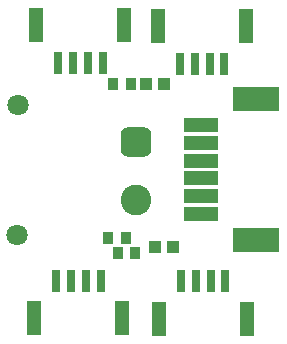
<source format=gts>
G04*
G04 #@! TF.GenerationSoftware,Altium Limited,Altium Designer,24.4.1 (13)*
G04*
G04 Layer_Color=8388736*
%FSLAX44Y44*%
%MOMM*%
G71*
G04*
G04 #@! TF.SameCoordinates,60579931-1C11-4224-ADE3-228BDE75D65C*
G04*
G04*
G04 #@! TF.FilePolarity,Negative*
G04*
G01*
G75*
%ADD20R,0.9032X1.1032*%
%ADD21R,1.0032X1.0032*%
%ADD22R,2.9032X1.2032*%
%ADD23R,4.0032X2.0032*%
%ADD24R,1.2032X2.9032*%
%ADD25R,0.8032X1.9032*%
G04:AMPARAMS|DCode=26|XSize=2.6032mm|YSize=2.6032mm|CornerRadius=0.7016mm|HoleSize=0mm|Usage=FLASHONLY|Rotation=0.000|XOffset=0mm|YOffset=0mm|HoleType=Round|Shape=RoundedRectangle|*
%AMROUNDEDRECTD26*
21,1,2.6032,1.2000,0,0,0.0*
21,1,1.2000,2.6032,0,0,0.0*
1,1,1.4032,0.6000,-0.6000*
1,1,1.4032,-0.6000,-0.6000*
1,1,1.4032,-0.6000,0.6000*
1,1,1.4032,0.6000,0.6000*
%
%ADD26ROUNDEDRECTD26*%
%ADD27C,2.6032*%
%ADD28C,1.8032*%
D20*
X1399500Y2641000D02*
D03*
X1384500D02*
D03*
X1391500Y2654000D02*
D03*
X1376500D02*
D03*
X1380500Y2784000D02*
D03*
X1395500D02*
D03*
D21*
X1423500Y2784000D02*
D03*
X1408500D02*
D03*
X1431500Y2646000D02*
D03*
X1416500D02*
D03*
D22*
X1455000Y2674500D02*
D03*
Y2689500D02*
D03*
Y2704500D02*
D03*
Y2719500D02*
D03*
Y2734500D02*
D03*
Y2749500D02*
D03*
D23*
X1502000Y2652000D02*
D03*
Y2772000D02*
D03*
D24*
X1390250Y2834250D02*
D03*
X1315750D02*
D03*
X1493250Y2833250D02*
D03*
X1418750D02*
D03*
X1419750Y2585750D02*
D03*
X1494250D02*
D03*
X1314000Y2586000D02*
D03*
X1388500D02*
D03*
D25*
X1359250Y2802250D02*
D03*
X1371750D02*
D03*
X1346750D02*
D03*
X1334250D02*
D03*
X1462250Y2801250D02*
D03*
X1474750D02*
D03*
X1449750D02*
D03*
X1437250D02*
D03*
X1450750Y2617750D02*
D03*
X1438250D02*
D03*
X1463250D02*
D03*
X1475750D02*
D03*
X1345000Y2618000D02*
D03*
X1332500D02*
D03*
X1357500D02*
D03*
X1370000D02*
D03*
D26*
X1400000Y2735000D02*
D03*
D27*
Y2686000D02*
D03*
D28*
X1300178Y2766242D02*
D03*
X1299670Y2656260D02*
D03*
M02*

</source>
